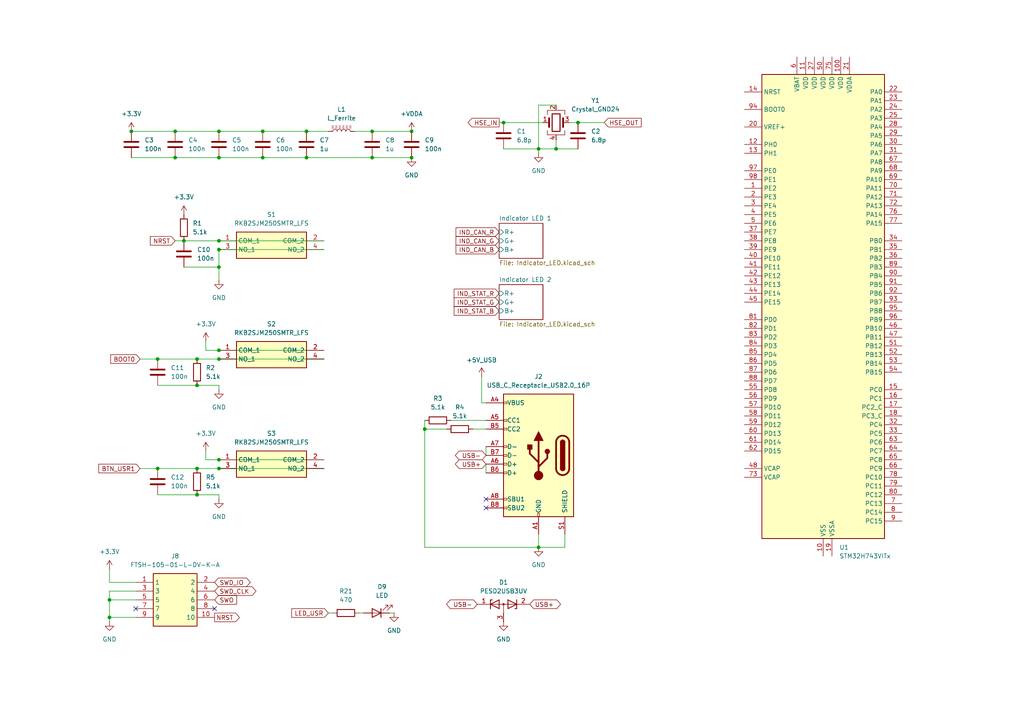
<source format=kicad_sch>
(kicad_sch (version 20250114) (generator "eeschema") (generator_version "9.0")
  (paper "A4")
  (lib_symbols
    (symbol "Connector:USB_C_Receptacle_USB2.0_16P" (pin_names (offset 1.016))
      (property "Reference" "J" (at 0 22.225 0))
      (property "Value" "USB_C_Receptacle_USB2.0_16P" (at 0 19.685 0))
      (symbol "USB_C_Receptacle_USB2.0_16P_0_0"
        (rectangle (start -0.254 -17.78) (end 0.254 -16.764))
        (rectangle (start 10.16 15.494) (end 9.144 14.986))
        (rectangle (start 10.16 10.414) (end 9.144 9.906))
        (rectangle (start 10.16 7.874) (end 9.144 7.366))
        (rectangle (start 10.16 2.794) (end 9.144 2.286))
        (rectangle (start 10.16 0.254) (end 9.144 -0.254))
        (rectangle (start 10.16 -2.286) (end 9.144 -2.794))
        (rectangle (start 10.16 -4.826) (end 9.144 -5.334))
        (rectangle (start 10.16 -12.446) (end 9.144 -12.954))
        (rectangle (start 10.16 -14.986) (end 9.144 -15.494))
      )
      (symbol "USB_C_Receptacle_USB2.0_16P_0_1"
        (rectangle (start -10.16 17.78) (end 10.16 -17.78) (stroke (width 0.254)) (fill (type background)))
        (polyline (pts (xy -8.89 -3.81) (xy -8.89 3.81)) (stroke (width 0.508)))
        (rectangle (start -7.62 -3.81) (end -6.35 3.81) (stroke (width 0.254)) (fill (type outline)))
        (arc (start -7.62 3.81) (mid -6.985 4.4423) (end -6.35 3.81) (stroke (width 0.254)))
        (arc (start -7.62 3.81) (mid -6.985 4.4423) (end -6.35 3.81) (stroke (width 0.254)) (fill (type outline)))
        (arc (start -8.89 3.81) (mid -6.985 5.7067) (end -5.08 3.81) (stroke (width 0.508)))
        (arc (start -5.08 -3.81) (mid -6.985 -5.7067) (end -8.89 -3.81) (stroke (width 0.508)))
        (arc (start -6.35 -3.81) (mid -6.985 -4.4423) (end -7.62 -3.81) (stroke (width 0.254)))
        (arc (start -6.35 -3.81) (mid -6.985 -4.4423) (end -7.62 -3.81) (stroke (width 0.254)) (fill (type outline)))
        (polyline (pts (xy -5.08 3.81) (xy -5.08 -3.81)) (stroke (width 0.508)))
        (circle (center -2.54 1.143) (radius 0.635) (stroke (width 0.254)) (fill (type outline)))
        (polyline (pts (xy -1.27 4.318) (xy 0 6.858) (xy 1.27 4.318) (xy -1.27 4.318)) (stroke (width 0.254)) (fill (type outline)))
        (polyline (pts (xy 0 -2.032) (xy 2.54 0.508) (xy 2.54 1.778)) (stroke (width 0.508)))
        (polyline (pts (xy 0 -3.302) (xy -2.54 -0.762) (xy -2.54 0.508)) (stroke (width 0.508)))
        (polyline (pts (xy 0 -5.842) (xy 0 4.318)) (stroke (width 0.508)))
        (circle (center 0 -5.842) (radius 1.27) (fill (type outline)))
        (rectangle (start 1.905 1.778) (end 3.175 3.048) (stroke (width 0.254)) (fill (type outline)))
      )
      (symbol "USB_C_Receptacle_USB2.0_16P_1_1"
        (pin passive line (at -7.62 -22.86 90) (length 5.08) (name "SHIELD") (number "S1"))
        (pin passive line (at 0 -22.86 90) (length 5.08) (name "GND") (number "A1"))
        (pin passive line (at 0 -22.86 90) (length 5.08) (hide yes) (name "GND") (number "A12"))
        (pin passive line (at 0 -22.86 90) (length 5.08) (hide yes) (name "GND") (number "B1"))
        (pin passive line (at 0 -22.86 90) (length 5.08) (hide yes) (name "GND") (number "B12"))
        (pin passive line (at 15.24 15.24 180) (length 5.08) (name "VBUS") (number "A4"))
        (pin passive line (at 15.24 15.24 180) (length 5.08) (hide yes) (name "VBUS") (number "A9"))
        (pin passive line (at 15.24 15.24 180) (length 5.08) (hide yes) (name "VBUS") (number "B4"))
        (pin passive line (at 15.24 15.24 180) (length 5.08) (hide yes) (name "VBUS") (number "B9"))
        (pin bidirectional line (at 15.24 10.16 180) (length 5.08) (name "CC1") (number "A5"))
        (pin bidirectional line (at 15.24 7.62 180) (length 5.08) (name "CC2") (number "B5"))
        (pin bidirectional line (at 15.24 2.54 180) (length 5.08) (name "D-") (number "A7"))
        (pin bidirectional line (at 15.24 0 180) (length 5.08) (name "D-") (number "B7"))
        (pin bidirectional line (at 15.24 -2.54 180) (length 5.08) (name "D+") (number "A6"))
        (pin bidirectional line (at 15.24 -5.08 180) (length 5.08) (name "D+") (number "B6"))
        (pin bidirectional line (at 15.24 -12.7 180) (length 5.08) (name "SBU1") (number "A8"))
        (pin bidirectional line (at 15.24 -15.24 180) (length 5.08) (name "SBU2") (number "B8"))
      )
    )
    (symbol "Device:C" (pin_numbers (hide yes)) (pin_names (offset 0.254))
      (property "Reference" "C" (at 0.635 2.54 0))
      (property "Value" "C" (at 0.635 -2.54 0))
      (symbol "C_0_1"
        (polyline (pts (xy -2.032 0.762) (xy 2.032 0.762)) (stroke (width 0.508)))
        (polyline (pts (xy -2.032 -0.762) (xy 2.032 -0.762)) (stroke (width 0.508)))
      )
      (symbol "C_1_1"
        (pin passive line (at 0 3.81 270) (length 2.794) (name "~") (number "1"))
        (pin passive line (at 0 -3.81 90) (length 2.794) (name "~") (number "2"))
      )
    )
    (symbol "Device:Crystal_GND24" (pin_names (offset 1.016) (hide yes))
      (property "Reference" "Y" (at 3.175 5.08 0))
      (property "Value" "Crystal_GND24" (at 3.175 3.175 0))
      (symbol "Crystal_GND24_0_1"
        (polyline (pts (xy -2.54 2.286) (xy -2.54 3.556) (xy 2.54 3.556) (xy 2.54 2.286)))
        (polyline (pts (xy -2.54 0) (xy -2.032 0)))
        (polyline (pts (xy -2.54 -2.286) (xy -2.54 -3.556) (xy 2.54 -3.556) (xy 2.54 -2.286)))
        (polyline (pts (xy -2.032 -1.27) (xy -2.032 1.27)) (stroke (width 0.508)))
        (rectangle (start -1.143 2.54) (end 1.143 -2.54) (stroke (width 0.3048)))
        (polyline (pts (xy 0 3.556) (xy 0 3.81)))
        (polyline (pts (xy 0 -3.81) (xy 0 -3.556)))
        (polyline (pts (xy 2.032 0) (xy 2.54 0)))
        (polyline (pts (xy 2.032 -1.27) (xy 2.032 1.27)) (stroke (width 0.508)))
      )
      (symbol "Crystal_GND24_1_1"
        (pin passive line (at -3.81 0 0) (length 1.27) (name "1") (number "1"))
        (pin passive line (at 0 5.08 270) (length 1.27) (name "2") (number "2"))
        (pin passive line (at 0 -5.08 90) (length 1.27) (name "4") (number "4"))
        (pin passive line (at 3.81 0 180) (length 1.27) (name "3") (number "3"))
      )
    )
    (symbol "Device:D_Zener_Dual_CommonAnode_KKA" (pin_names (offset 0.762) (hide yes))
      (property "Reference" "D" (at 1.27 -2.54 0))
      (property "Value" "D_Zener_Dual_CommonAnode_KKA" (at 0 2.54 0))
      (symbol "D_Zener_Dual_CommonAnode_KKA_0_1"
        (polyline (pts (xy -3.81 -1.27) (xy -3.81 1.27) (xy -3.302 1.27)) (stroke (width 0.254)))
        (polyline (pts (xy -3.556 0) (xy 3.81 0)))
        (polyline (pts (xy -1.27 -1.27) (xy -3.81 0) (xy -1.27 1.27) (xy -1.27 -1.27) (xy -1.27 -1.27) (xy -1.27 -1.27)) (stroke (width 0.254)))
        (polyline (pts (xy 0 0) (xy 0 -2.54)))
        (circle (center 0 0) (radius 0.254) (fill (type outline)))
        (polyline (pts (xy 1.27 1.27) (xy 3.81 0) (xy 1.27 -1.27) (xy 1.27 1.27) (xy 1.27 1.27) (xy 1.27 1.27)) (stroke (width 0.254)))
        (polyline (pts (xy 3.302 -1.27) (xy 3.81 -1.27) (xy 3.81 1.27)) (stroke (width 0.254)))
        (pin passive line (at -7.62 0 0) (length 3.81) (name "K") (number "1"))
        (pin passive line (at 0 -5.08 90) (length 2.54) (name "A") (number "3"))
        (pin passive line (at 7.62 0 180) (length 3.81) (name "K") (number "2"))
      )
    )
    (symbol "Device:LED" (pin_numbers (hide yes)) (pin_names (offset 1.016) (hide yes))
      (property "Reference" "D" (at 0 2.54 0))
      (property "Value" "LED" (at 0 -2.54 0))
      (symbol "LED_0_1"
        (polyline (pts (xy -3.048 -0.762) (xy -4.572 -2.286) (xy -3.81 -2.286) (xy -4.572 -2.286) (xy -4.572 -1.524)))
        (polyline (pts (xy -1.778 -0.762) (xy -3.302 -2.286) (xy -2.54 -2.286) (xy -3.302 -2.286) (xy -3.302 -1.524)))
        (polyline (pts (xy -1.27 0) (xy 1.27 0)))
        (polyline (pts (xy -1.27 -1.27) (xy -1.27 1.27)) (stroke (width 0.254)))
        (polyline (pts (xy 1.27 -1.27) (xy 1.27 1.27) (xy -1.27 0) (xy 1.27 -1.27)) (stroke (width 0.254)))
      )
      (symbol "LED_1_1"
        (pin passive line (at -3.81 0 0) (length 2.54) (name "K") (number "1"))
        (pin passive line (at 3.81 0 180) (length 2.54) (name "A") (number "2"))
      )
    )
    (symbol "Device:L_Ferrite" (pin_numbers (hide yes)) (pin_names (offset 1.016) (hide yes))
      (property "Reference" "L" (at -1.27 0 90))
      (property "Value" "L_Ferrite" (at 2.794 0 90))
      (symbol "L_Ferrite_0_1"
        (arc (start 0 2.54) (mid 0.6323 1.905) (end 0 1.27))
        (arc (start 0 1.27) (mid 0.6323 0.635) (end 0 0))
        (arc (start 0 0) (mid 0.6323 -0.635) (end 0 -1.27))
        (arc (start 0 -1.27) (mid 0.6323 -1.905) (end 0 -2.54))
        (polyline (pts (xy 1.016 2.286) (xy 1.016 2.794)))
        (polyline (pts (xy 1.016 1.27) (xy 1.016 1.778)))
        (polyline (pts (xy 1.016 0.254) (xy 1.016 0.762)))
        (polyline (pts (xy 1.016 -0.762) (xy 1.016 -0.254)))
        (polyline (pts (xy 1.016 -1.778) (xy 1.016 -1.27)))
        (polyline (pts (xy 1.016 -2.794) (xy 1.016 -2.286)))
        (polyline (pts (xy 1.524 2.794) (xy 1.524 2.286)))
        (polyline (pts (xy 1.524 1.778) (xy 1.524 1.27)))
        (polyline (pts (xy 1.524 0.762) (xy 1.524 0.254)))
        (polyline (pts (xy 1.524 -0.254) (xy 1.524 -0.762)))
        (polyline (pts (xy 1.524 -1.27) (xy 1.524 -1.778)))
        (polyline (pts (xy 1.524 -2.286) (xy 1.524 -2.794)))
      )
      (symbol "L_Ferrite_1_1"
        (pin passive line (at 0 3.81 270) (length 1.27) (name "1") (number "1"))
        (pin passive line (at 0 -3.81 90) (length 1.27) (name "2") (number "2"))
      )
    )
    (symbol "Device:R" (pin_numbers (hide yes)) (pin_names (offset 0))
      (property "Reference" "R" (at 2.032 0 90))
      (property "Value" "R" (at 0 0 90))
      (symbol "R_0_1"
        (rectangle (start -1.016 -2.54) (end 1.016 2.54) (stroke (width 0.254)))
      )
      (symbol "R_1_1"
        (pin passive line (at 0 3.81 270) (length 1.27) (name "~") (number "1"))
        (pin passive line (at 0 -3.81 90) (length 1.27) (name "~") (number "2"))
      )
    )
    (symbol "MCU_ST_STM32H7:STM32H743VITx"
      (property "Reference" "U" (at -17.78 69.85 0))
      (property "Value" "STM32H743VITx" (at 10.16 69.85 0))
      (symbol "STM32H743VITx_0_1"
        (rectangle (start -17.78 -66.04) (end 17.78 68.58) (stroke (width 0.254)) (fill (type background)))
      )
      (symbol "STM32H743VITx_1_1"
        (pin input line (at -22.86 63.5 0) (length 5.08) (name "NRST") (number "14"))
        (pin input line (at -22.86 58.42 0) (length 5.08) (name "BOOT0") (number "94"))
        (pin input line (at -22.86 53.34 0) (length 5.08) (name "VREF+") (number "20"))
        (pin bidirectional line (at -22.86 48.26 0) (length 5.08) (name "PH0") (number "12"))
        (pin bidirectional line (at -22.86 45.72 0) (length 5.08) (name "PH1") (number "13"))
        (pin bidirectional line (at -22.86 40.64 0) (length 5.08) (name "PE0") (number "97"))
        (pin bidirectional line (at -22.86 38.1 0) (length 5.08) (name "PE1") (number "98"))
        (pin bidirectional line (at -22.86 35.56 0) (length 5.08) (name "PE2") (number "1"))
        (pin bidirectional line (at -22.86 33.02 0) (length 5.08) (name "PE3") (number "2"))
        (pin bidirectional line (at -22.86 30.48 0) (length 5.08) (name "PE4") (number "3"))
        (pin bidirectional line (at -22.86 27.94 0) (length 5.08) (name "PE5") (number "4"))
        (pin bidirectional line (at -22.86 25.4 0) (length 5.08) (name "PE6") (number "5"))
        (pin bidirectional line (at -22.86 22.86 0) (length 5.08) (name "PE7") (number "37"))
        (pin bidirectional line (at -22.86 20.32 0) (length 5.08) (name "PE8") (number "38"))
        (pin bidirectional line (at -22.86 17.78 0) (length 5.08) (name "PE9") (number "39"))
        (pin bidirectional line (at -22.86 15.24 0) (length 5.08) (name "PE10") (number "40"))
        (pin bidirectional line (at -22.86 12.7 0) (length 5.08) (name "PE11") (number "41"))
        (pin bidirectional line (at -22.86 10.16 0) (length 5.08) (name "PE12") (number "42"))
        (pin bidirectional line (at -22.86 7.62 0) (length 5.08) (name "PE13") (number "43"))
        (pin bidirectional line (at -22.86 5.08 0) (length 5.08) (name "PE14") (number "44"))
        (pin bidirectional line (at -22.86 2.54 0) (length 5.08) (name "PE15") (number "45"))
        (pin bidirectional line (at -22.86 -2.54 0) (length 5.08) (name "PD0") (number "81"))
        (pin bidirectional line (at -22.86 -5.08 0) (length 5.08) (name "PD1") (number "82"))
        (pin bidirectional line (at -22.86 -7.62 0) (length 5.08) (name "PD2") (number "83"))
        (pin bidirectional line (at -22.86 -10.16 0) (length 5.08) (name "PD3") (number "84"))
        (pin bidirectional line (at -22.86 -12.7 0) (length 5.08) (name "PD4") (number "85"))
        (pin bidirectional line (at -22.86 -15.24 0) (length 5.08) (name "PD5") (number "86"))
        (pin bidirectional line (at -22.86 -17.78 0) (length 5.08) (name "PD6") (number "87"))
        (pin bidirectional line (at -22.86 -20.32 0) (length 5.08) (name "PD7") (number "88"))
        (pin bidirectional line (at -22.86 -22.86 0) (length 5.08) (name "PD8") (number "55"))
        (pin bidirectional line (at -22.86 -25.4 0) (length 5.08) (name "PD9") (number "56"))
        (pin bidirectional line (at -22.86 -27.94 0) (length 5.08) (name "PD10") (number "57"))
        (pin bidirectional line (at -22.86 -30.48 0) (length 5.08) (name "PD11") (number "58"))
        (pin bidirectional line (at -22.86 -33.02 0) (length 5.08) (name "PD12") (number "59"))
        (pin bidirectional line (at -22.86 -35.56 0) (length 5.08) (name "PD13") (number "60"))
        (pin bidirectional line (at -22.86 -38.1 0) (length 5.08) (name "PD14") (number "61"))
        (pin bidirectional line (at -22.86 -40.64 0) (length 5.08) (name "PD15") (number "62"))
        (pin power_out line (at -22.86 -45.72 0) (length 5.08) (name "VCAP") (number "48"))
        (pin power_out line (at -22.86 -48.26 0) (length 5.08) (name "VCAP") (number "73"))
        (pin power_in line (at -7.62 73.66 270) (length 5.08) (name "VBAT") (number "6"))
        (pin power_in line (at -5.08 73.66 270) (length 5.08) (name "VDD") (number "11"))
        (pin power_in line (at -2.54 73.66 270) (length 5.08) (name "VDD") (number "27"))
        (pin power_in line (at 0 73.66 270) (length 5.08) (name "VDD") (number "50"))
        (pin power_in line (at 0 -71.12 90) (length 5.08) (name "VSS") (number "10"))
        (pin passive line (at 0 -71.12 90) (length 5.08) (hide yes) (name "VSS") (number "26"))
        (pin passive line (at 0 -71.12 90) (length 5.08) (hide yes) (name "VSS") (number "49"))
        (pin passive line (at 0 -71.12 90) (length 5.08) (hide yes) (name "VSS") (number "74"))
        (pin passive line (at 0 -71.12 90) (length 5.08) (hide yes) (name "VSS") (number "99"))
        (pin power_in line (at 2.54 73.66 270) (length 5.08) (name "VDD") (number "75"))
        (pin power_in line (at 2.54 -71.12 90) (length 5.08) (name "VSSA") (number "19"))
        (pin power_in line (at 5.08 73.66 270) (length 5.08) (name "VDD") (number "100"))
        (pin power_in line (at 7.62 73.66 270) (length 5.08) (name "VDDA") (number "21"))
        (pin bidirectional line (at 22.86 63.5 180) (length 5.08) (name "PA0") (number "22"))
        (pin bidirectional line (at 22.86 60.96 180) (length 5.08) (name "PA1") (number "23"))
        (pin bidirectional line (at 22.86 58.42 180) (length 5.08) (name "PA2") (number "24"))
        (pin bidirectional line (at 22.86 55.88 180) (length 5.08) (name "PA3") (number "25"))
        (pin bidirectional line (at 22.86 53.34 180) (length 5.08) (name "PA4") (number "28"))
        (pin bidirectional line (at 22.86 50.8 180) (length 5.08) (name "PA5") (number "29"))
        (pin bidirectional line (at 22.86 48.26 180) (length 5.08) (name "PA6") (number "30"))
        (pin bidirectional line (at 22.86 45.72 180) (length 5.08) (name "PA7") (number "31"))
        (pin bidirectional line (at 22.86 43.18 180) (length 5.08) (name "PA8") (number "67"))
        (pin bidirectional line (at 22.86 40.64 180) (length 5.08) (name "PA9") (number "68"))
        (pin bidirectional line (at 22.86 38.1 180) (length 5.08) (name "PA10") (number "69"))
        (pin bidirectional line (at 22.86 35.56 180) (length 5.08) (name "PA11") (number "70"))
        (pin bidirectional line (at 22.86 33.02 180) (length 5.08) (name "PA12") (number "71"))
        (pin bidirectional line (at 22.86 30.48 180) (length 5.08) (name "PA13") (number "72"))
        (pin bidirectional line (at 22.86 27.94 180) (length 5.08) (name "PA14") (number "76"))
        (pin bidirectional line (at 22.86 25.4 180) (length 5.08) (name "PA15") (number "77"))
        (pin bidirectional line (at 22.86 20.32 180) (length 5.08) (name "PB0") (number "34"))
        (pin bidirectional line (at 22.86 17.78 180) (length 5.08) (name "PB1") (number "35"))
        (pin bidirectional line (at 22.86 15.24 180) (length 5.08) (name "PB2") (number "36"))
        (pin bidirectional line (at 22.86 12.7 180) (length 5.08) (name "PB3") (number "89"))
        (pin bidirectional line (at 22.86 10.16 180) (length 5.08) (name "PB4") (number "90"))
        (pin bidirectional line (at 22.86 7.62 180) (length 5.08) (name "PB5") (number "91"))
        (pin bidirectional line (at 22.86 5.08 180) (length 5.08) (name "PB6") (number "92"))
        (pin bidirectional line (at 22.86 2.54 180) (length 5.08) (name "PB7") (number "93"))
        (pin bidirectional line (at 22.86 0 180) (length 5.08) (name "PB8") (number "95"))
        (pin bidirectional line (at 22.86 -2.54 180) (length 5.08) (name "PB9") (number "96"))
        (pin bidirectional line (at 22.86 -5.08 180) (length 5.08) (name "PB10") (number "46"))
        (pin bidirectional line (at 22.86 -7.62 180) (length 5.08) (name "PB11") (number "47"))
        (pin bidirectional line (at 22.86 -10.16 180) (length 5.08) (name "PB12") (number "51"))
        (pin bidirectional line (at 22.86 -12.7 180) (length 5.08) (name "PB13") (number "52"))
        (pin bidirectional line (at 22.86 -15.24 180) (length 5.08) (name "PB14") (number "53"))
        (pin bidirectional line (at 22.86 -17.78 180) (length 5.08) (name "PB15") (number "54"))
        (pin bidirectional line (at 22.86 -22.86 180) (length 5.08) (name "PC0") (number "15"))
        (pin bidirectional line (at 22.86 -25.4 180) (length 5.08) (name "PC1") (number "16"))
        (pin bidirectional line (at 22.86 -27.94 180) (length 5.08) (name "PC2_C") (number "17"))
        (pin bidirectional line (at 22.86 -30.48 180) (length 5.08) (name "PC3_C") (number "18"))
        (pin bidirectional line (at 22.86 -33.02 180) (length 5.08) (name "PC4") (number "32"))
        (pin bidirectional line (at 22.86 -35.56 180) (length 5.08) (name "PC5") (number "33"))
        (pin bidirectional line (at 22.86 -38.1 180) (length 5.08) (name "PC6") (number "63"))
        (pin bidirectional line (at 22.86 -40.64 180) (length 5.08) (name "PC7") (number "64"))
        (pin bidirectional line (at 22.86 -43.18 180) (length 5.08) (name "PC8") (number "65"))
        (pin bidirectional line (at 22.86 -45.72 180) (length 5.08) (name "PC9") (number "66"))
        (pin bidirectional line (at 22.86 -48.26 180) (length 5.08) (name "PC10") (number "78"))
        (pin bidirectional line (at 22.86 -50.8 180) (length 5.08) (name "PC11") (number "79"))
        (pin bidirectional line (at 22.86 -53.34 180) (length 5.08) (name "PC12") (number "80"))
        (pin bidirectional line (at 22.86 -55.88 180) (length 5.08) (name "PC13") (number "7"))
        (pin bidirectional line (at 22.86 -58.42 180) (length 5.08) (name "PC14") (number "8"))
        (pin bidirectional line (at 22.86 -60.96 180) (length 5.08) (name "PC15") (number "9"))
      )
    )
    (symbol "SamacSys_Parts:FTSH-105-01-L-DV-K-A"
      (property "Reference" "J" (at 19.05 7.62 0))
      (property "Value" "FTSH-105-01-L-DV-K-A" (at 19.05 5.08 0))
      (symbol "FTSH-105-01-L-DV-K-A_1_1"
        (rectangle (start 5.08 2.54) (end 17.78 -12.7) (stroke (width 0.254)) (fill (type background)))
        (pin passive line (at 0 0 0) (length 5.08) (name "1") (number "1"))
        (pin passive line (at 0 -2.54 0) (length 5.08) (name "3") (number "3"))
        (pin passive line (at 0 -5.08 0) (length 5.08) (name "5") (number "5"))
        (pin passive line (at 0 -7.62 0) (length 5.08) (name "7") (number "7"))
        (pin passive line (at 0 -10.16 0) (length 5.08) (name "9") (number "9"))
        (pin passive line (at 22.86 0 180) (length 5.08) (name "2") (number "2"))
        (pin passive line (at 22.86 -2.54 180) (length 5.08) (name "4") (number "4"))
        (pin passive line (at 22.86 -5.08 180) (length 5.08) (name "6") (number "6"))
        (pin passive line (at 22.86 -7.62 180) (length 5.08) (name "8") (number "8"))
        (pin passive line (at 22.86 -10.16 180) (length 5.08) (name "10") (number "10"))
      )
    )
    (symbol "SamacSys_Parts:RKB2SJM250SMTR_LFS"
      (property "Reference" "S" (at 26.67 7.62 0))
      (property "Value" "RKB2SJM250SMTR_LFS" (at 26.67 5.08 0))
      (symbol "RKB2SJM250SMTR_LFS_1_1"
        (rectangle (start 5.08 2.54) (end 25.4 -5.08) (stroke (width 0.254)) (fill (type background)))
        (pin passive line (at 0 0 0) (length 5.08) (name "COM_1") (number "1"))
        (pin passive line (at 0 -2.54 0) (length 5.08) (name "NO_1") (number "3"))
        (pin passive line (at 30.48 0 180) (length 5.08) (name "COM_2") (number "2"))
        (pin passive line (at 30.48 -2.54 180) (length 5.08) (name "NO_2") (number "4"))
      )
    )
    (symbol "power:+3.3V" (power) (pin_numbers (hide yes)) (pin_names (offset 0) (hide yes))
      (property "Value" "+3.3V" (at 0 3.556 0))
      (symbol "+3.3V_0_1"
        (polyline (pts (xy -0.762 1.27) (xy 0 2.54)))
        (polyline (pts (xy 0 2.54) (xy 0.762 1.27)))
        (polyline (pts (xy 0 0) (xy 0 2.54)))
      )
      (symbol "+3.3V_1_1"
        (pin power_in line (at 0 0 90) (length 0) (name "~") (number "1"))
      )
    )
    (symbol "power:GND" (power) (pin_numbers (hide yes)) (pin_names (offset 0) (hide yes))
      (property "Value" "GND" (at 0 -3.81 0))
      (symbol "GND_0_1"
        (polyline (pts (xy 0 0) (xy 0 -1.27) (xy 1.27 -1.27) (xy 0 -2.54) (xy -1.27 -1.27) (xy 0 -1.27)))
      )
      (symbol "GND_1_1"
        (pin power_in line (at 0 0 270) (length 0) (name "~") (number "1"))
      )
    )
    (symbol "power:VBUS" (power) (pin_numbers (hide yes)) (pin_names (offset 0) (hide yes))
      (property "Value" "VBUS" (at 0 3.556 0))
      (symbol "VBUS_0_1"
        (polyline (pts (xy -0.762 1.27) (xy 0 2.54)))
        (polyline (pts (xy 0 2.54) (xy 0.762 1.27)))
        (polyline (pts (xy 0 0) (xy 0 2.54)))
      )
      (symbol "VBUS_1_1"
        (pin power_in line (at 0 0 90) (length 0) (name "~") (number "1"))
      )
    )
  )
  (junction (at 45.72 135.89))
  (junction (at 57.15 135.89))
  (junction (at 107.95 45.72))
  (junction (at 63.5 135.89))
  (junction (at 63.5 133.35))
  (junction (at 63.5 104.14))
  (junction (at 119.38 38.1))
  (junction (at 63.5 38.1))
  (junction (at 161.29 43.18))
  (junction (at 146.05 35.56))
  (junction (at 31.75 179.07))
  (junction (at 156.21 43.18))
  (junction (at 156.21 158.75))
  (junction (at 57.15 111.76))
  (junction (at 53.34 69.85))
  (junction (at 45.72 104.14))
  (junction (at 63.5 72.39))
  (junction (at 57.15 104.14))
  (junction (at 63.5 101.6))
  (junction (at 63.5 69.85))
  (junction (at 63.5 45.72))
  (junction (at 119.38 45.72))
  (junction (at 57.15 143.51))
  (junction (at 88.9 45.72))
  (junction (at 31.75 173.99))
  (junction (at 107.95 38.1))
  (junction (at 63.5 77.47))
  (junction (at 123.19 124.46))
  (junction (at 88.9 38.1))
  (junction (at 167.64 35.56))
  (junction (at 76.2 45.72))
  (junction (at 76.2 38.1))
  (junction (at 50.8 45.72))
  (junction (at 38.1 38.1))
  (junction (at 50.8 38.1))
  (no_connect (at 140.97 147.32))
  (no_connect (at 140.97 144.78))
  (no_connect (at 39.37 176.53))
  (no_connect (at 62.23 176.53))
  (wire (pts (xy 45.72 111.76) (xy 57.15 111.76)))
  (wire (pts (xy 140.97 134.62) (xy 140.97 137.16)))
  (wire (pts (xy 88.9 45.72) (xy 107.95 45.72)))
  (wire (pts (xy 63.5 72.39) (xy 93.98 72.39)))
  (wire (pts (xy 31.75 171.45) (xy 31.75 173.99)))
  (wire (pts (xy 123.19 124.46) (xy 129.54 124.46)))
  (wire (pts (xy 59.69 101.6) (xy 63.5 101.6)))
  (wire (pts (xy 38.1 45.72) (xy 50.8 45.72)))
  (wire (pts (xy 139.7 116.84) (xy 140.97 116.84)))
  (wire (pts (xy 130.81 121.92) (xy 140.97 121.92)))
  (wire (pts (xy 53.34 77.47) (xy 63.5 77.47)))
  (wire (pts (xy 39.37 173.99) (xy 31.75 173.99)))
  (wire (pts (xy 39.37 171.45) (xy 31.75 171.45)))
  (wire (pts (xy 31.75 179.07) (xy 31.75 180.34)))
  (wire (pts (xy 63.5 133.35) (xy 93.98 133.35)))
  (wire (pts (xy 107.95 38.1) (xy 119.38 38.1)))
  (wire (pts (xy 63.5 38.1) (xy 76.2 38.1)))
  (wire (pts (xy 38.1 38.1) (xy 50.8 38.1)))
  (wire (pts (xy 40.64 135.89) (xy 45.72 135.89)))
  (wire (pts (xy 63.5 104.14) (xy 93.98 104.14)))
  (wire (pts (xy 39.37 179.07) (xy 31.75 179.07)))
  (wire (pts (xy 63.5 77.47) (xy 63.5 72.39)))
  (wire (pts (xy 45.72 104.14) (xy 57.15 104.14)))
  (wire (pts (xy 139.7 109.22) (xy 139.7 116.84)))
  (wire (pts (xy 167.64 35.56) (xy 165.1 35.56)))
  (wire (pts (xy 146.05 43.18) (xy 156.21 43.18)))
  (wire (pts (xy 50.8 45.72) (xy 63.5 45.72)))
  (wire (pts (xy 161.29 30.48) (xy 156.21 30.48)))
  (wire (pts (xy 40.64 104.14) (xy 45.72 104.14)))
  (wire (pts (xy 57.15 111.76) (xy 63.5 111.76)))
  (wire (pts (xy 31.75 173.99) (xy 31.75 179.07)))
  (wire (pts (xy 50.8 69.85) (xy 53.34 69.85)))
  (wire (pts (xy 63.5 69.85) (xy 93.98 69.85)))
  (wire (pts (xy 175.26 35.56) (xy 167.64 35.56)))
  (wire (pts (xy 88.9 38.1) (xy 95.25 38.1)))
  (wire (pts (xy 63.5 81.28) (xy 63.5 77.47)))
  (wire (pts (xy 63.5 101.6) (xy 93.98 101.6)))
  (wire (pts (xy 113.03 177.8) (xy 114.3 177.8)))
  (wire (pts (xy 123.19 158.75) (xy 156.21 158.75)))
  (wire (pts (xy 63.5 144.78) (xy 63.5 143.51)))
  (wire (pts (xy 95.25 177.8) (xy 96.52 177.8)))
  (wire (pts (xy 156.21 44.45) (xy 156.21 43.18)))
  (wire (pts (xy 105.41 177.8) (xy 104.14 177.8)))
  (wire (pts (xy 107.95 45.72) (xy 119.38 45.72)))
  (wire (pts (xy 156.21 43.18) (xy 161.29 43.18)))
  (wire (pts (xy 63.5 113.03) (xy 63.5 111.76)))
  (wire (pts (xy 167.64 43.18) (xy 161.29 43.18)))
  (wire (pts (xy 45.72 135.89) (xy 57.15 135.89)))
  (wire (pts (xy 45.72 143.51) (xy 57.15 143.51)))
  (wire (pts (xy 156.21 158.75) (xy 163.83 158.75)))
  (wire (pts (xy 53.34 69.85) (xy 63.5 69.85)))
  (wire (pts (xy 31.75 168.91) (xy 39.37 168.91)))
  (wire (pts (xy 123.19 121.92) (xy 123.19 124.46)))
  (wire (pts (xy 63.5 45.72) (xy 76.2 45.72)))
  (wire (pts (xy 59.69 101.6) (xy 59.69 99.06)))
  (wire (pts (xy 31.75 165.1) (xy 31.75 168.91)))
  (wire (pts (xy 76.2 45.72) (xy 88.9 45.72)))
  (wire (pts (xy 102.87 38.1) (xy 107.95 38.1)))
  (wire (pts (xy 76.2 38.1) (xy 88.9 38.1)))
  (wire (pts (xy 57.15 135.89) (xy 63.5 135.89)))
  (wire (pts (xy 137.16 124.46) (xy 140.97 124.46)))
  (wire (pts (xy 156.21 30.48) (xy 156.21 43.18)))
  (wire (pts (xy 63.5 135.89) (xy 93.98 135.89)))
  (wire (pts (xy 57.15 143.51) (xy 63.5 143.51)))
  (wire (pts (xy 140.97 129.54) (xy 140.97 132.08)))
  (wire (pts (xy 50.8 38.1) (xy 63.5 38.1)))
  (wire (pts (xy 161.29 43.18) (xy 161.29 40.64)))
  (wire (pts (xy 144.78 35.56) (xy 146.05 35.56)))
  (wire (pts (xy 123.19 124.46) (xy 123.19 158.75)))
  (wire (pts (xy 146.05 35.56) (xy 157.48 35.56)))
  (wire (pts (xy 59.69 133.35) (xy 59.69 130.81)))
  (wire (pts (xy 156.21 158.75) (xy 156.21 154.94)))
  (wire (pts (xy 57.15 104.14) (xy 63.5 104.14)))
  (wire (pts (xy 163.83 154.94) (xy 163.83 158.75)))
  (wire (pts (xy 59.69 133.35) (xy 63.5 133.35)))
  (global_label "IND_CAN_G" (shape input) (at 144.78 69.85 180) (property "Intersheetrefs" "${INTERSHEET_REFS}" (effects (hide yes))))
  (global_label "NRST" (shape input) (at 50.8 69.85 180) (property "Intersheetrefs" "${INTERSHEET_REFS}" (effects (hide yes))))
  (global_label "USB-" (shape bidirectional) (at 140.97 132.08 180) (property "Intersheetrefs" "${INTERSHEET_REFS}" (effects (hide yes))))
  (global_label "SWO" (shape input) (at 62.23 173.99 0) (property "Intersheetrefs" "${INTERSHEET_REFS}" (effects (hide yes))))
  (global_label "NRST" (shape output) (at 62.23 179.07 0) (property "Intersheetrefs" "${INTERSHEET_REFS}" (effects (hide yes))))
  (global_label "IND_CAN_R" (shape input) (at 144.78 67.31 180) (property "Intersheetrefs" "${INTERSHEET_REFS}" (effects (hide yes))))
  (global_label "SWD_CLK" (shape bidirectional) (at 62.23 171.45 0) (property "Intersheetrefs" "${INTERSHEET_REFS}" (effects (hide yes))))
  (global_label "SWD_IO" (shape bidirectional) (at 62.23 168.91 0) (property "Intersheetrefs" "${INTERSHEET_REFS}" (effects (hide yes))))
  (global_label "USB+" (shape bidirectional) (at 153.67 175.26 0) (property "Intersheetrefs" "${INTERSHEET_REFS}" (effects (hide yes))))
  (global_label "BTN_USR1" (shape input) (at 40.64 135.89 180) (property "Intersheetrefs" "${INTERSHEET_REFS}" (effects (hide yes))))
  (global_label "IND_STAT_R" (shape input) (at 144.78 85.09 180) (property "Intersheetrefs" "${INTERSHEET_REFS}" (effects (hide yes))))
  (global_label "LED_USR" (shape input) (at 95.25 177.8 180) (property "Intersheetrefs" "${INTERSHEET_REFS}" (effects (hide yes))))
  (global_label "BOOT0" (shape input) (at 40.64 104.14 180) (property "Intersheetrefs" "${INTERSHEET_REFS}" (effects (hide yes))))
  (global_label "IND_CAN_B" (shape input) (at 144.78 72.39 180) (property "Intersheetrefs" "${INTERSHEET_REFS}" (effects (hide yes))))
  (global_label "IND_STAT_B" (shape input) (at 144.78 90.17 180) (property "Intersheetrefs" "${INTERSHEET_REFS}" (effects (hide yes))))
  (global_label "HSE_OUT" (shape input) (at 175.26 35.56 0) (property "Intersheetrefs" "${INTERSHEET_REFS}" (effects (hide yes))))
  (global_label "USB+" (shape bidirectional) (at 140.97 134.62 180) (property "Intersheetrefs" "${INTERSHEET_REFS}" (effects (hide yes))))
  (global_label "HSE_IN" (shape output) (at 144.78 35.56 180) (property "Intersheetrefs" "${INTERSHEET_REFS}" (effects (hide yes))))
  (global_label "IND_STAT_G" (shape input) (at 144.78 87.63 180) (property "Intersheetrefs" "${INTERSHEET_REFS}" (effects (hide yes))))
  (global_label "USB-" (shape bidirectional) (at 138.43 175.26 180) (property "Intersheetrefs" "${INTERSHEET_REFS}" (effects (hide yes))))
  (symbol (lib_id "Device:LED") (at 109.22 177.8 180) (unit 1)
    (property "Reference" "D9" (at 110.8075 170.18 0))
    (property "Value" "LED" (at 110.8075 172.72 0))
    (property "Footprint" "LED_SMD:LED_0603_1608Metric_Pad1.05x0.95mm_HandSolder" (effects (hide yes)))
    (property "Description" "Light emitting diode" (effects (hide yes)))
    (property "Sim.Pins" "1=K 2=A" (effects (hide yes)))
  )
  (symbol (lib_id "Device:L_Ferrite") (at 99.06 38.1 90) (unit 1)
    (property "Reference" "L1" (at 99.06 31.75 90))
    (property "Value" "L_Ferrite" (at 99.06 34.29 90))
    (property "Footprint" "Inductor_SMD:L_0603_1608Metric_Pad1.05x0.95mm_HandSolder" (effects (hide yes)))
    (property "Description" "Inductor with ferrite core" (effects (hide yes)))
  )
  (symbol (lib_id "Device:C") (at 107.95 41.91 0) (unit 1)
    (property "Reference" "C8" (at 111.76 40.6399 0) (effects (justify left)))
    (property "Value" "1u" (at 111.76 43.1799 0) (effects (justify left)))
    (property "Footprint" "Capacitor_SMD:C_0603_1608Metric_Pad1.08x0.95mm_HandSolder" (effects (hide yes)))
    (property "Description" "Unpolarized capacitor" (effects (hide yes)))
  )
  (symbol (lib_id "SamacSys_Parts:RKB2SJM250SMTR_LFS") (at 63.5 133.35 0) (unit 1)
    (property "Reference" "S3" (at 78.74 125.73 0))
    (property "Value" "RKB2SJM250SMTR_LFS" (at 78.74 128.27 0))
    (property "Footprint" "RKB2SJM250SMTRLFS" (effects (hide yes)))
    (property "Datasheet" "https://www.ckswitches.com/media/3130/ck_rk_datasheet.pdf" (effects (hide yes)))
    (property "Description" "Tactile Switches J Bend SMT Term 180gf Force" (effects (hide yes)))
    (property "Height" "2.7" (effects (hide yes)))
    (property "Mouser Part Number" "611-RKB2SJM250SMTRLF" (effects (hide yes)))
    (property "Mouser Price/Stock" "https://www.mouser.co.uk/ProductDetail/CK/RKB2SJM250SMTR-LFS?qs=iLbezkQI%252Bsj518EgFgehgw%3D%3D" (effects (hide yes)))
    (property "Manufacturer_Name" "C & K COMPONENTS" (effects (hide yes)))
    (property "Manufacturer_Part_Number" "RKB2SJM250SMTR LFS" (effects (hide yes)))
  )
  (symbol (lib_id "power:+3.3V") (at 59.69 130.81 0) (unit 1)
    (property "Reference" "#PWR013" (effects (hide yes)))
    (property "Value" "+3.3V" (at 59.69 125.73 0))
    (property "Description" "Power symbol creates a global label with name \"+3.3V\"" (effects (hide yes)))
  )
  (symbol (lib_id "Device:R") (at 57.15 139.7 180) (unit 1)
    (property "Reference" "R5" (at 59.69 138.4299 0) (effects (justify right)))
    (property "Value" "5.1k" (at 59.69 140.9699 0) (effects (justify right)))
    (property "Footprint" "Resistor_SMD:R_0603_1608Metric_Pad0.98x0.95mm_HandSolder" (effects (hide yes)))
    (property "Description" "Resistor" (effects (hide yes)))
  )
  (symbol (lib_id "power:GND") (at 31.75 180.34 0) (unit 1)
    (property "Reference" "#PWR048" (effects (hide yes)))
    (property "Value" "GND" (at 31.75 185.42 0))
    (property "Description" "Power symbol creates a global label with name \"GND\" , ground" (effects (hide yes)))
  )
  (symbol (lib_id "Device:C") (at 45.72 139.7 0) (unit 1)
    (property "Reference" "C12" (at 49.53 138.4299 0) (effects (justify left)))
    (property "Value" "100n" (at 49.53 140.9699 0) (effects (justify left)))
    (property "Footprint" "Capacitor_SMD:C_0603_1608Metric_Pad1.08x0.95mm_HandSolder" (effects (hide yes)))
    (property "Description" "Unpolarized capacitor" (effects (hide yes)))
  )
  (symbol (lib_id "Device:R") (at 100.33 177.8 90) (unit 1)
    (property "Reference" "R21" (at 100.33 171.45 90))
    (property "Value" "470" (at 100.33 173.99 90))
    (property "Footprint" "Resistor_SMD:R_0603_1608Metric_Pad0.98x0.95mm_HandSolder" (effects (hide yes)))
    (property "Description" "Resistor" (effects (hide yes)))
  )
  (symbol (lib_id "SamacSys_Parts:RKB2SJM250SMTR_LFS") (at 63.5 69.85 0) (unit 1)
    (property "Reference" "S1" (at 78.74 62.23 0))
    (property "Value" "RKB2SJM250SMTR_LFS" (at 78.74 64.77 0))
    (property "Footprint" "RKB2SJM250SMTRLFS" (effects (hide yes)))
    (property "Datasheet" "https://www.ckswitches.com/media/3130/ck_rk_datasheet.pdf" (effects (hide yes)))
    (property "Description" "Tactile Switches J Bend SMT Term 180gf Force" (effects (hide yes)))
    (property "Height" "2.7" (effects (hide yes)))
    (property "Mouser Part Number" "611-RKB2SJM250SMTRLF" (effects (hide yes)))
    (property "Mouser Price/Stock" "https://www.mouser.co.uk/ProductDetail/CK/RKB2SJM250SMTR-LFS?qs=iLbezkQI%252Bsj518EgFgehgw%3D%3D" (effects (hide yes)))
    (property "Manufacturer_Name" "C & K COMPONENTS" (effects (hide yes)))
    (property "Manufacturer_Part_Number" "RKB2SJM250SMTR LFS" (effects (hide yes)))
  )
  (symbol (lib_id "Device:C") (at 63.5 41.91 0) (unit 1)
    (property "Reference" "C5" (at 67.31 40.6399 0) (effects (justify left)))
    (property "Value" "100n" (at 67.31 43.1799 0) (effects (justify left)))
    (property "Footprint" "Capacitor_SMD:C_0603_1608Metric_Pad1.08x0.95mm_HandSolder" (effects (hide yes)))
    (property "Description" "Unpolarized capacitor" (effects (hide yes)))
  )
  (symbol (lib_id "MCU_ST_STM32H7:STM32H743VITx") (at 238.76 90.17 0) (unit 1)
    (property "Reference" "U1" (at 243.4433 158.75 0) (effects (justify left)))
    (property "Value" "STM32H743VITx" (at 243.4433 161.29 0) (effects (justify left)))
    (property "Footprint" "Package_QFP:LQFP-100_14x14mm_P0.5mm" (effects (hide yes)))
    (property "Datasheet" "https://www.st.com/resource/en/datasheet/stm32h743vi.pdf" (effects (hide yes)))
    (property "Description" "STMicroelectronics Arm Cortex-M7 MCU, 2048KB flash, 1024KB RAM, 480 MHz, 1.71-3.6V, 82 GPIO, LQFP100" (effects (hide yes)))
  )
  (symbol (lib_id "power:GND") (at 156.21 44.45 0) (unit 1)
    (property "Reference" "#PWR06" (effects (hide yes)))
    (property "Value" "GND" (at 156.21 49.53 0))
    (property "Description" "Power symbol creates a global label with name \"GND\" , ground" (effects (hide yes)))
  )
  (symbol (lib_id "power:+3.3V") (at 119.38 38.1 0) (unit 1)
    (property "Reference" "#PWR05" (effects (hide yes)))
    (property "Value" "+VDDA" (at 119.38 33.02 0))
    (property "Description" "Power symbol creates a global label with name \"+3.3V\"" (effects (hide yes)))
  )
  (symbol (lib_id "Device:C") (at 76.2 41.91 0) (unit 1)
    (property "Reference" "C6" (at 80.01 40.6399 0) (effects (justify left)))
    (property "Value" "100n" (at 80.01 43.1799 0) (effects (justify left)))
    (property "Footprint" "Capacitor_SMD:C_0603_1608Metric_Pad1.08x0.95mm_HandSolder" (effects (hide yes)))
    (property "Description" "Unpolarized capacitor" (effects (hide yes)))
  )
  (symbol (lib_id "SamacSys_Parts:FTSH-105-01-L-DV-K-A") (at 39.37 168.91 0) (unit 1)
    (property "Reference" "J8" (at 50.8 161.29 0))
    (property "Value" "FTSH-105-01-L-DV-K-A" (at 50.8 163.83 0))
    (property "Footprint" "SamacSys_Parts:FTSH-105-XX-YYY-DV-K-A" (effects (hide yes)))
    (property "Datasheet" "http://suddendocs.samtec.com/prints/ftsh-1xx-xx-xxx-dv-xxx-xxx-mkt.pdf" (effects (hide yes)))
    (property "Description" "1.27mm FTSH series SMT pin header, 10P" (effects (hide yes)))
    (property "Mouser Part Number" "200-FTSH10501LDVKA" (effects (hide yes)))
    (property "Mouser Price/Stock" "https://www.mouser.co.uk/ProductDetail/Samtec/FTSH-105-01-L-DV-K-A?qs=rU5fayqh%252BE17uDIp%252BSnW3Q%3D%3D" (effects (hide yes)))
    (property "Manufacturer_Name" "SAMTEC" (effects (hide yes)))
    (property "Manufacturer_Part_Number" "FTSH-105-01-L-DV-K-A" (effects (hide yes)))
  )
  (symbol (lib_id "Device:C") (at 88.9 41.91 0) (unit 1)
    (property "Reference" "C7" (at 92.71 40.6399 0) (effects (justify left)))
    (property "Value" "1u" (at 92.71 43.1799 0) (effects (justify left)))
    (property "Footprint" "Capacitor_SMD:C_0603_1608Metric_Pad1.08x0.95mm_HandSolder" (effects (hide yes)))
    (property "Description" "Unpolarized capacitor" (effects (hide yes)))
  )
  (symbol (lib_id "Device:R") (at 127 121.92 90) (unit 1)
    (property "Reference" "R3" (at 127 115.57 90))
    (property "Value" "5.1k" (at 127 118.11 90))
    (property "Footprint" "Resistor_SMD:R_0603_1608Metric_Pad0.98x0.95mm_HandSolder" (effects (hide yes)))
    (property "Description" "Resistor" (effects (hide yes)))
  )
  (symbol (lib_id "power:GND") (at 156.21 158.75 0) (unit 1)
    (property "Reference" "#PWR016" (effects (hide yes)))
    (property "Value" "GND" (at 156.21 163.83 0))
    (property "Description" "Power symbol creates a global label with name \"GND\" , ground" (effects (hide yes)))
  )
  (symbol (lib_id "Device:Crystal_GND24") (at 161.29 35.56 0) (unit 1)
    (property "Reference" "Y1" (at 172.72 29.1398 0))
    (property "Value" "Crystal_GND24" (at 172.72 31.6798 0))
    (property "Footprint" "Crystal:Crystal_SMD_3225-4Pin_3.2x2.5mm" (effects (hide yes)))
    (property "Description" "Four pin crystal, GND on pins 2 and 4" (effects (hide yes)))
  )
  (symbol (lib_id "power:GND") (at 63.5 113.03 0) (unit 1)
    (property "Reference" "#PWR012" (effects (hide yes)))
    (property "Value" "GND" (at 63.5 118.11 0))
    (property "Description" "Power symbol creates a global label with name \"GND\" , ground" (effects (hide yes)))
  )
  (symbol (lib_id "Device:R") (at 57.15 107.95 180) (unit 1)
    (property "Reference" "R2" (at 59.69 106.6799 0) (effects (justify right)))
    (property "Value" "5.1k" (at 59.69 109.2199 0) (effects (justify right)))
    (property "Footprint" "Resistor_SMD:R_0603_1608Metric_Pad0.98x0.95mm_HandSolder" (effects (hide yes)))
    (property "Description" "Resistor" (effects (hide yes)))
  )
  (symbol (lib_id "Device:C") (at 38.1 41.91 0) (unit 1)
    (property "Reference" "C3" (at 41.91 40.6399 0) (effects (justify left)))
    (property "Value" "100n" (at 41.91 43.1799 0) (effects (justify left)))
    (property "Footprint" "Capacitor_SMD:C_0603_1608Metric_Pad1.08x0.95mm_HandSolder" (effects (hide yes)))
    (property "Description" "Unpolarized capacitor" (effects (hide yes)))
  )
  (symbol (lib_id "power:+3.3V") (at 38.1 38.1 0) (unit 1)
    (property "Reference" "#PWR04" (effects (hide yes)))
    (property "Value" "+3.3V" (at 38.1 33.02 0))
    (property "Description" "Power symbol creates a global label with name \"+3.3V\"" (effects (hide yes)))
  )
  (symbol (lib_id "power:GND") (at 63.5 144.78 0) (unit 1)
    (property "Reference" "#PWR015" (effects (hide yes)))
    (property "Value" "GND" (at 63.5 149.86 0))
    (property "Description" "Power symbol creates a global label with name \"GND\" , ground" (effects (hide yes)))
  )
  (symbol (lib_id "Device:C") (at 53.34 73.66 0) (unit 1)
    (property "Reference" "C10" (at 57.15 72.3899 0) (effects (justify left)))
    (property "Value" "100n" (at 57.15 74.9299 0) (effects (justify left)))
    (property "Footprint" "Capacitor_SMD:C_0603_1608Metric_Pad1.08x0.95mm_HandSolder" (effects (hide yes)))
    (property "Description" "Unpolarized capacitor" (effects (hide yes)))
  )
  (symbol (lib_id "Device:C") (at 167.64 39.37 0) (unit 1)
    (property "Reference" "C2" (at 171.45 38.0999 0) (effects (justify left)))
    (property "Value" "6.8p" (at 171.45 40.6399 0) (effects (justify left)))
    (property "Footprint" "Capacitor_SMD:C_0603_1608Metric_Pad1.08x0.95mm_HandSolder" (effects (hide yes)))
    (property "Description" "Unpolarized capacitor" (effects (hide yes)))
  )
  (symbol (lib_id "power:+3.3V") (at 59.69 99.06 0) (unit 1)
    (property "Reference" "#PWR010" (effects (hide yes)))
    (property "Value" "+3.3V" (at 59.69 93.98 0))
    (property "Description" "Power symbol creates a global label with name \"+3.3V\"" (effects (hide yes)))
  )
  (symbol (lib_id "Device:R") (at 133.35 124.46 90) (unit 1)
    (property "Reference" "R4" (at 133.35 118.11 90))
    (property "Value" "5.1k" (at 133.35 120.65 90))
    (property "Footprint" "Resistor_SMD:R_0603_1608Metric_Pad0.98x0.95mm_HandSolder" (effects (hide yes)))
    (property "Description" "Resistor" (effects (hide yes)))
  )
  (symbol (lib_id "Device:R") (at 53.34 66.04 180) (unit 1)
    (property "Reference" "R1" (at 55.88 64.7699 0) (effects (justify right)))
    (property "Value" "5.1k" (at 55.88 67.3099 0) (effects (justify right)))
    (property "Footprint" "Resistor_SMD:R_0603_1608Metric_Pad0.98x0.95mm_HandSolder" (effects (hide yes)))
    (property "Description" "Resistor" (effects (hide yes)))
  )
  (symbol (lib_id "power:GND") (at 119.38 45.72 0) (unit 1)
    (property "Reference" "#PWR07" (effects (hide yes)))
    (property "Value" "GND" (at 119.38 50.8 0))
    (property "Description" "Power symbol creates a global label with name \"GND\" , ground" (effects (hide yes)))
  )
  (symbol (lib_id "Device:C") (at 50.8 41.91 0) (unit 1)
    (property "Reference" "C4" (at 54.61 40.6399 0) (effects (justify left)))
    (property "Value" "100n" (at 54.61 43.1799 0) (effects (justify left)))
    (property "Footprint" "Capacitor_SMD:C_0603_1608Metric_Pad1.08x0.95mm_HandSolder" (effects (hide yes)))
    (property "Description" "Unpolarized capacitor" (effects (hide yes)))
  )
  (symbol (lib_id "Device:D_Zener_Dual_CommonAnode_KKA") (at 146.05 175.26 0) (unit 1)
    (property "Reference" "D1" (at 146.05 168.91 0))
    (property "Value" "PESD2USB3UV" (at 146.05 171.45 0))
    (property "Footprint" "Package_TO_SOT_SMD:SOT-23W" (effects (hide yes)))
    (property "Description" "Dual Zener diode, common anode on pin 3" (effects (hide yes)))
  )
  (symbol (lib_id "Device:C") (at 119.38 41.91 0) (unit 1)
    (property "Reference" "C9" (at 123.19 40.6399 0) (effects (justify left)))
    (property "Value" "100n" (at 123.19 43.1799 0) (effects (justify left)))
    (property "Footprint" "Capacitor_SMD:C_0603_1608Metric_Pad1.08x0.95mm_HandSolder" (effects (hide yes)))
    (property "Description" "Unpolarized capacitor" (effects (hide yes)))
  )
  (symbol (lib_id "power:VBUS") (at 139.7 109.22 0) (unit 1)
    (property "Reference" "#PWR011" (effects (hide yes)))
    (property "Value" "+5V_USB" (at 139.7 105.156 0) (effects (justify bottom)))
    (property "Description" "Power symbol creates a global label with name \"VBUS\"" (effects (hide yes)))
  )
  (symbol (lib_id "power:+3.3V") (at 53.34 62.23 0) (unit 1)
    (property "Reference" "#PWR08" (effects (hide yes)))
    (property "Value" "+3.3V" (at 53.34 57.15 0))
    (property "Description" "Power symbol creates a global label with name \"+3.3V\"" (effects (hide yes)))
  )
  (symbol (lib_id "Device:C") (at 45.72 107.95 0) (unit 1)
    (property "Reference" "C11" (at 49.53 106.6799 0) (effects (justify left)))
    (property "Value" "100n" (at 49.53 109.2199 0) (effects (justify left)))
    (property "Footprint" "Capacitor_SMD:C_0603_1608Metric_Pad1.08x0.95mm_HandSolder" (effects (hide yes)))
    (property "Description" "Unpolarized capacitor" (effects (hide yes)))
  )
  (symbol (lib_id "Device:C") (at 146.05 39.37 0) (unit 1)
    (property "Reference" "C1" (at 149.86 38.0999 0) (effects (justify left)))
    (property "Value" "6.8p" (at 149.86 40.6399 0) (effects (justify left)))
    (property "Footprint" "Capacitor_SMD:C_0603_1608Metric_Pad1.08x0.95mm_HandSolder" (effects (hide yes)))
    (property "Description" "Unpolarized capacitor" (effects (hide yes)))
  )
  (symbol (lib_id "power:GND") (at 63.5 81.28 0) (unit 1)
    (property "Reference" "#PWR09" (effects (hide yes)))
    (property "Value" "GND" (at 63.5 86.36 0))
    (property "Description" "Power symbol creates a global label with name \"GND\" , ground" (effects (hide yes)))
  )
  (symbol (lib_id "power:GND") (at 146.05 180.34 0) (unit 1)
    (property "Reference" "#PWR017" (effects (hide yes)))
    (property "Value" "GND" (at 146.05 185.42 0))
    (property "Description" "Power symbol creates a global label with name \"GND\" , ground" (effects (hide yes)))
  )
  (symbol (lib_id "SamacSys_Parts:RKB2SJM250SMTR_LFS") (at 63.5 101.6 0) (unit 1)
    (property "Reference" "S2" (at 78.74 93.98 0))
    (property "Value" "RKB2SJM250SMTR_LFS" (at 78.74 96.52 0))
    (property "Footprint" "RKB2SJM250SMTRLFS" (effects (hide yes)))
    (property "Datasheet" "https://www.ckswitches.com/media/3130/ck_rk_datasheet.pdf" (effects (hide yes)))
    (property "Description" "Tactile Switches J Bend SMT Term 180gf Force" (effects (hide yes)))
    (property "Height" "2.7" (effects (hide yes)))
    (property "Mouser Part Number" "611-RKB2SJM250SMTRLF" (effects (hide yes)))
    (property "Mouser Price/Stock" "https://www.mouser.co.uk/ProductDetail/CK/RKB2SJM250SMTR-LFS?qs=iLbezkQI%252Bsj518EgFgehgw%3D%3D" (effects (hide yes)))
    (property "Manufacturer_Name" "C & K COMPONENTS" (effects (hide yes)))
    (property "Manufacturer_Part_Number" "RKB2SJM250SMTR LFS" (effects (hide yes)))
  )
  (symbol (lib_id "power:+3.3V") (at 31.75 165.1 0) (unit 1)
    (property "Reference" "#PWR047" (effects (hide yes)))
    (property "Value" "+3.3V" (at 31.75 160.02 0))
    (property "Description" "Power symbol creates a global label with name \"+3.3V\"" (effects (hide yes)))
  )
  (symbol (lib_id "Connector:USB_C_Receptacle_USB2.0_16P") (at 156.21 132.08 0) (mirror y) (unit 1)
    (property "Reference" "J2" (at 156.21 109.22 0))
    (property "Value" "USB_C_Receptacle_USB2.0_16P" (at 156.21 111.76 0))
    (property "Footprint" "Connector_USB:USB_C_Receptacle_HRO_TYPE-C-31-M-12" (effects (hide yes)))
    (property "Datasheet" "https://www.usb.org/sites/default/files/documents/usb_type-c.zip" (effects (hide yes)))
    (property "Description" "USB 2.0-only 16P Type-C Receptacle connector" (effects (hide yes)))
  )
  (symbol (lib_id "power:GND") (at 114.3 177.8 0) (unit 1)
    (property "Reference" "#PWR049" (effects (hide yes)))
    (property "Value" "GND" (at 114.3 182.88 0))
    (property "Description" "Power symbol creates a global label with name \"GND\" , ground" (effects (hide yes)))
  )
  (sheet (at 144.78 82.55) (size 12.7 10.16) (stroke (width 0.1524))
    (property "Sheetname" "Indicator LED 2" (at 144.78 81.8384 0) (effects (justify left bottom)))
    (property "Sheetfile" "Indicator_LED.kicad_sch" (at 144.78 93.2946 0) (effects (justify left top)))
    (pin "B+" input (at 144.78 90.17 180))
    (pin "G+" input (at 144.78 87.63 180))
    (pin "R+" input (at 144.78 85.09 180))
  )
  (sheet (at 144.78 64.77) (size 12.7 10.16) (stroke (width 0.1524))
    (property "Sheetname" "Indicator LED 1" (at 144.78 64.0584 0) (effects (justify left bottom)))
    (property "Sheetfile" "Indicator_LED.kicad_sch" (at 144.78 75.5146 0) (effects (justify left top)))
    (pin "B+" input (at 144.78 72.39 180))
    (pin "G+" input (at 144.78 69.85 180))
    (pin "R+" input (at 144.78 67.31 180))
  )
)
</source>
